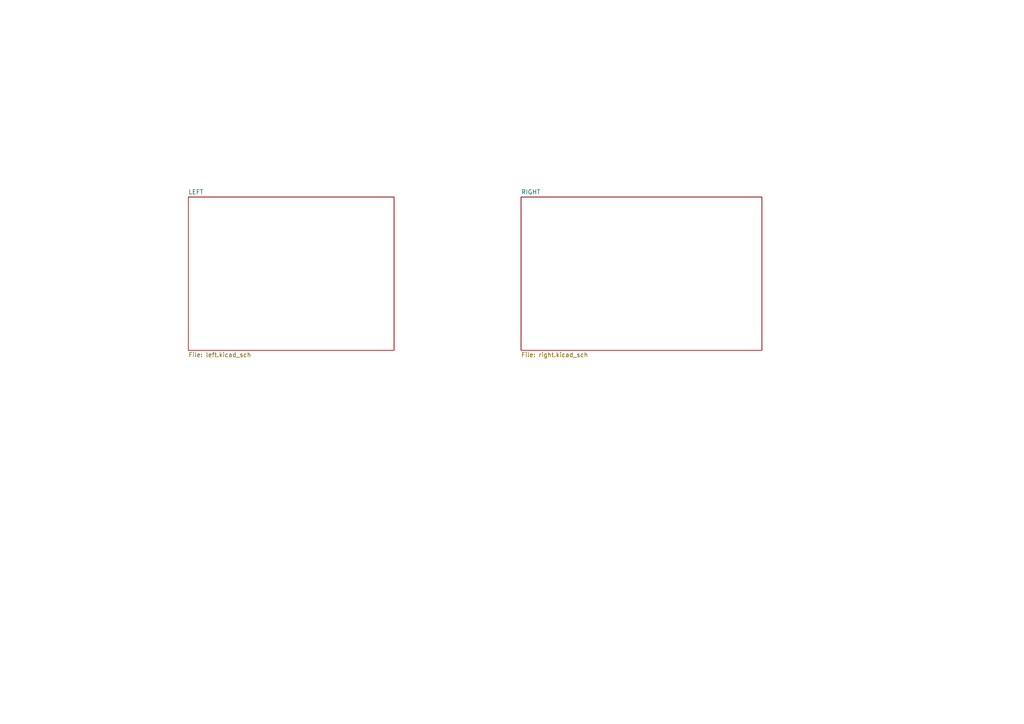
<source format=kicad_sch>
(kicad_sch
	(version 20250114)
	(generator "eeschema")
	(generator_version "9.0")
	(uuid "045d2ee7-3986-4d38-bc1c-ff181208b05f")
	(paper "A4")
	(title_block
		(title "Turkey-Corne-Kit")
		(date "2024-10-09")
		(company "TurkeyBoards")
	)
	(lib_symbols)
	(sheet
		(at 54.61 57.15)
		(size 59.69 44.45)
		(exclude_from_sim no)
		(in_bom yes)
		(on_board yes)
		(dnp no)
		(fields_autoplaced yes)
		(stroke
			(width 0.1524)
			(type solid)
		)
		(fill
			(color 0 0 0 0.0000)
		)
		(uuid "44b674c7-0f30-4813-bf5d-b4ab62de793e")
		(property "Sheetname" "LEFT"
			(at 54.61 56.4384 0)
			(effects
				(font
					(size 1.27 1.27)
				)
				(justify left bottom)
			)
		)
		(property "Sheetfile" "left.kicad_sch"
			(at 54.61 102.1846 0)
			(effects
				(font
					(size 1.27 1.27)
				)
				(justify left top)
			)
		)
		(instances
			(project "Turkey-Corne-Kit"
				(path "/045d2ee7-3986-4d38-bc1c-ff181208b05f"
					(page "2")
				)
			)
		)
	)
	(sheet
		(at 151.13 57.15)
		(size 69.85 44.45)
		(exclude_from_sim no)
		(in_bom yes)
		(on_board yes)
		(dnp no)
		(fields_autoplaced yes)
		(stroke
			(width 0.1524)
			(type solid)
		)
		(fill
			(color 0 0 0 0.0000)
		)
		(uuid "c9006166-6841-4321-9155-e597580b910a")
		(property "Sheetname" "RIGHT"
			(at 151.13 56.4384 0)
			(effects
				(font
					(size 1.27 1.27)
				)
				(justify left bottom)
			)
		)
		(property "Sheetfile" "right.kicad_sch"
			(at 151.13 102.1846 0)
			(effects
				(font
					(size 1.27 1.27)
				)
				(justify left top)
			)
		)
		(instances
			(project "Turkey-Corne-Kit"
				(path "/045d2ee7-3986-4d38-bc1c-ff181208b05f"
					(page "3")
				)
			)
		)
	)
	(sheet_instances
		(path "/"
			(page "1")
		)
	)
	(embedded_fonts no)
)

</source>
